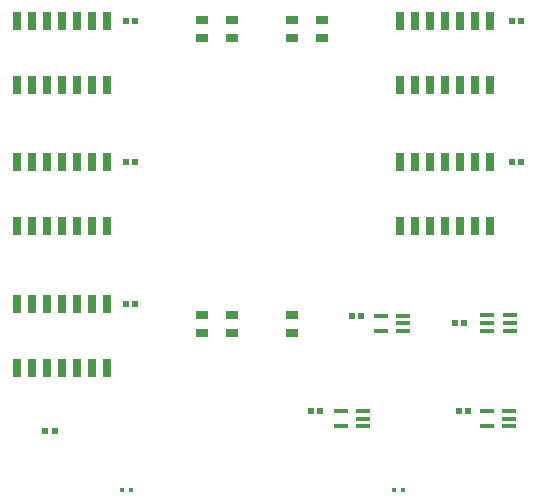
<source format=gbr>
G04*
G04 #@! TF.GenerationSoftware,Altium Limited,Altium Designer,23.8.1 (32)*
G04*
G04 Layer_Color=128*
%FSLAX44Y44*%
%MOMM*%
G71*
G04*
G04 #@! TF.SameCoordinates,4E8033DB-9698-49A7-8747-1B8CF0FAEC2F*
G04*
G04*
G04 #@! TF.FilePolarity,Positive*
G04*
G01*
G75*
%ADD24R,0.4000X0.4000*%
%ADD25R,0.5153X0.4725*%
%ADD26R,1.2000X0.4000*%
%ADD27R,1.2000X0.3000*%
%ADD28R,0.5200X0.5200*%
%ADD29R,0.6500X1.5250*%
%ADD30R,1.0000X0.8000*%
D24*
X138750Y30000D02*
D03*
X131250D02*
D03*
X368750D02*
D03*
X361250D02*
D03*
D25*
X333783Y177187D02*
D03*
X326212D02*
D03*
X423786Y96500D02*
D03*
X416214D02*
D03*
X298786D02*
D03*
X291214D02*
D03*
X468786Y307120D02*
D03*
X461214D02*
D03*
X134314Y427120D02*
D03*
X141886D02*
D03*
Y307120D02*
D03*
X134314D02*
D03*
X413214Y171180D02*
D03*
X420786D02*
D03*
X141886Y187120D02*
D03*
X134314D02*
D03*
X468786Y427120D02*
D03*
X461214D02*
D03*
D26*
X350002Y177186D02*
D03*
Y164186D02*
D03*
X316275Y83500D02*
D03*
Y96500D02*
D03*
X440110D02*
D03*
Y83500D02*
D03*
D27*
X369002Y164186D02*
D03*
Y170686D02*
D03*
Y177186D02*
D03*
X440500Y171180D02*
D03*
X459500Y177680D02*
D03*
Y171180D02*
D03*
X440500Y177680D02*
D03*
Y164680D02*
D03*
X459500D02*
D03*
X335275Y83500D02*
D03*
Y90000D02*
D03*
Y96500D02*
D03*
X459110Y83500D02*
D03*
Y90000D02*
D03*
Y96500D02*
D03*
D28*
X66000Y80000D02*
D03*
X74000D02*
D03*
D29*
X366900Y252880D02*
D03*
X443100D02*
D03*
X430400D02*
D03*
X417700D02*
D03*
X405000D02*
D03*
X392300D02*
D03*
X379600D02*
D03*
X430400Y307120D02*
D03*
X417700D02*
D03*
X405000D02*
D03*
X392300D02*
D03*
X379600D02*
D03*
X366900D02*
D03*
X443100D02*
D03*
X366900Y427120D02*
D03*
X379600D02*
D03*
X392300D02*
D03*
X405000D02*
D03*
X417700D02*
D03*
X430400D02*
D03*
X443100Y372880D02*
D03*
X430400D02*
D03*
X417700D02*
D03*
X405000D02*
D03*
X392300D02*
D03*
X379600D02*
D03*
X366900D02*
D03*
X443100Y427120D02*
D03*
X118100Y187120D02*
D03*
X41900Y132880D02*
D03*
X54600D02*
D03*
X67300D02*
D03*
X80000D02*
D03*
X92700D02*
D03*
X105400D02*
D03*
X118100D02*
D03*
X105400Y187120D02*
D03*
X92700D02*
D03*
X80000D02*
D03*
X67300D02*
D03*
X54600D02*
D03*
X41900D02*
D03*
X105400Y307120D02*
D03*
X92700D02*
D03*
X80000D02*
D03*
X67300D02*
D03*
X54600D02*
D03*
X41900D02*
D03*
Y252880D02*
D03*
X54600D02*
D03*
X67300D02*
D03*
X80000D02*
D03*
X92700D02*
D03*
X105400D02*
D03*
X118100D02*
D03*
Y307120D02*
D03*
X41900Y372880D02*
D03*
X54600D02*
D03*
X67300D02*
D03*
X80000D02*
D03*
X92700D02*
D03*
X105400D02*
D03*
X118100D02*
D03*
X105400Y427120D02*
D03*
X92700D02*
D03*
X80000D02*
D03*
X67300D02*
D03*
X54600D02*
D03*
X41900D02*
D03*
X118100D02*
D03*
D30*
X275040Y177500D02*
D03*
Y162500D02*
D03*
X224240Y177500D02*
D03*
Y162500D02*
D03*
X198840Y177500D02*
D03*
Y162500D02*
D03*
X300440Y412500D02*
D03*
Y427500D02*
D03*
X275040Y412500D02*
D03*
Y427500D02*
D03*
X224240Y412500D02*
D03*
Y427500D02*
D03*
X198840Y427500D02*
D03*
Y412500D02*
D03*
M02*

</source>
